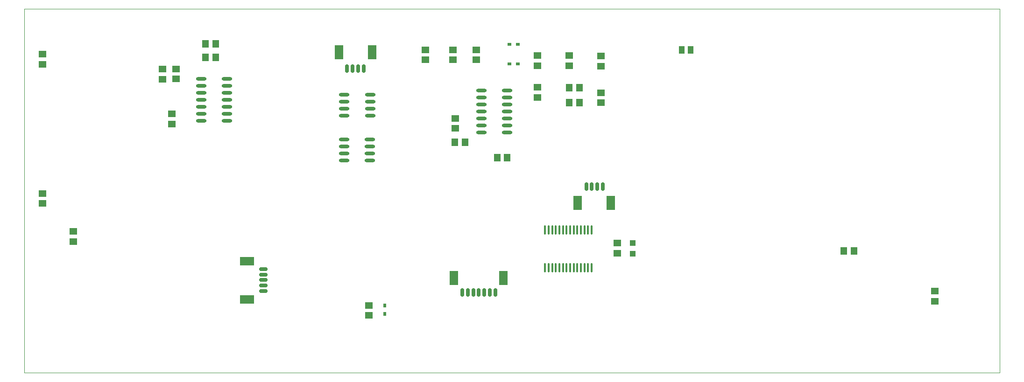
<source format=gtp>
%FSLAX25Y25*%
%MOIN*%
G70*
G01*
G75*
G04 Layer_Color=8421504*
G04:AMPARAMS|DCode=10|XSize=23.62mil|YSize=61.02mil|CornerRadius=5.91mil|HoleSize=0mil|Usage=FLASHONLY|Rotation=0.000|XOffset=0mil|YOffset=0mil|HoleType=Round|Shape=RoundedRectangle|*
%AMROUNDEDRECTD10*
21,1,0.02362,0.04921,0,0,0.0*
21,1,0.01181,0.06102,0,0,0.0*
1,1,0.01181,0.00591,-0.02461*
1,1,0.01181,-0.00591,-0.02461*
1,1,0.01181,-0.00591,0.02461*
1,1,0.01181,0.00591,0.02461*
%
%ADD10ROUNDEDRECTD10*%
%ADD11R,0.05906X0.09843*%
%ADD12O,0.07480X0.02362*%
%ADD13O,0.01378X0.07087*%
%ADD14R,0.09843X0.05906*%
G04:AMPARAMS|DCode=15|XSize=23.62mil|YSize=61.02mil|CornerRadius=5.91mil|HoleSize=0mil|Usage=FLASHONLY|Rotation=270.000|XOffset=0mil|YOffset=0mil|HoleType=Round|Shape=RoundedRectangle|*
%AMROUNDEDRECTD15*
21,1,0.02362,0.04921,0,0,270.0*
21,1,0.01181,0.06102,0,0,270.0*
1,1,0.01181,-0.02461,-0.00591*
1,1,0.01181,-0.02461,0.00591*
1,1,0.01181,0.02461,0.00591*
1,1,0.01181,0.02461,-0.00591*
%
%ADD15ROUNDEDRECTD15*%
%ADD16R,0.03937X0.05315*%
%ADD17R,0.04134X0.04331*%
%ADD18R,0.03150X0.01969*%
%ADD19R,0.01969X0.03150*%
%ADD20R,0.04724X0.05315*%
%ADD21R,0.05315X0.04724*%
%ADD22R,0.05709X0.04528*%
%ADD23R,0.04528X0.05709*%
%ADD24C,0.03937*%
%ADD25C,0.01500*%
%ADD26C,0.02000*%
%ADD27C,0.01300*%
%ADD28C,0.04000*%
%ADD29C,0.05000*%
%ADD30C,0.03000*%
%ADD31C,0.06500*%
%ADD32C,0.06000*%
%ADD33C,0.00100*%
%ADD34C,0.07874*%
%ADD35R,0.05906X0.05906*%
%ADD36C,0.05906*%
%ADD37C,0.11024*%
%ADD38C,0.15354*%
%ADD39C,0.06000*%
%ADD40C,0.11417*%
%ADD41R,0.05906X0.05906*%
%ADD42P,0.05966X8X112.5*%
%ADD43C,0.05512*%
%ADD44C,0.11811*%
%ADD45C,0.05000*%
%ADD46C,0.02284*%
%ADD47C,0.10236*%
%ADD48C,0.15700*%
%ADD49C,0.04000*%
%ADD50C,0.02000*%
%ADD51C,0.06200*%
%ADD52R,0.06693X0.12598*%
%ADD53R,0.09449X0.06496*%
%ADD54O,0.01102X0.03347*%
%ADD55R,0.03543X0.02559*%
%ADD56R,0.06102X0.05512*%
%ADD57R,0.04331X0.04134*%
%ADD58R,0.03937X0.02362*%
%ADD59C,0.04500*%
%ADD60C,0.01000*%
%ADD61C,0.02500*%
%ADD62C,0.07000*%
%ADD63C,0.03500*%
%ADD64C,0.05500*%
%ADD65R,0.02756X0.01102*%
%ADD66C,0.01575*%
%ADD67C,0.02362*%
%ADD68C,0.00787*%
%ADD69C,0.00800*%
D10*
X336050Y57500D02*
D03*
X312550D02*
D03*
X316467D02*
D03*
X320384D02*
D03*
X324300D02*
D03*
X328217D02*
D03*
X332134D02*
D03*
X412861Y133017D02*
D03*
X408928D02*
D03*
X404994D02*
D03*
X401061D02*
D03*
X230250Y217600D02*
D03*
X234184D02*
D03*
X238117D02*
D03*
X242050D02*
D03*
D11*
X341950Y67800D02*
D03*
X306650D02*
D03*
X418661Y121517D02*
D03*
X394961D02*
D03*
X224450Y229100D02*
D03*
X248150D02*
D03*
D12*
X228330Y198900D02*
D03*
Y193900D02*
D03*
Y188900D02*
D03*
Y183900D02*
D03*
X246834Y198900D02*
D03*
Y193900D02*
D03*
Y188900D02*
D03*
Y183900D02*
D03*
X126167Y210000D02*
D03*
Y205000D02*
D03*
Y200000D02*
D03*
Y195000D02*
D03*
Y190000D02*
D03*
Y185000D02*
D03*
Y180000D02*
D03*
X144671Y210000D02*
D03*
Y205000D02*
D03*
Y200000D02*
D03*
Y195000D02*
D03*
Y190000D02*
D03*
Y185000D02*
D03*
Y180000D02*
D03*
X326130Y201790D02*
D03*
Y196790D02*
D03*
Y191790D02*
D03*
Y186790D02*
D03*
Y181790D02*
D03*
Y176790D02*
D03*
Y171790D02*
D03*
X344634Y201790D02*
D03*
Y196790D02*
D03*
Y191790D02*
D03*
Y186790D02*
D03*
Y181790D02*
D03*
Y176790D02*
D03*
Y171790D02*
D03*
X228198Y166700D02*
D03*
Y161700D02*
D03*
Y156700D02*
D03*
Y151700D02*
D03*
X246702Y166700D02*
D03*
Y161700D02*
D03*
Y156700D02*
D03*
Y151700D02*
D03*
D13*
X404884Y101986D02*
D03*
X402325D02*
D03*
X399766D02*
D03*
X397207D02*
D03*
X394648D02*
D03*
X392089D02*
D03*
X389530D02*
D03*
X386971D02*
D03*
X384412D02*
D03*
X381853D02*
D03*
X379294D02*
D03*
X376735D02*
D03*
X374176D02*
D03*
X371617D02*
D03*
X404884Y75214D02*
D03*
X402325D02*
D03*
X399766D02*
D03*
X397207D02*
D03*
X394648D02*
D03*
X392089D02*
D03*
X389530D02*
D03*
X386971D02*
D03*
X384412D02*
D03*
X381853D02*
D03*
X379294D02*
D03*
X376735D02*
D03*
X374176D02*
D03*
X371617D02*
D03*
D14*
X158750Y52400D02*
D03*
Y79700D02*
D03*
D15*
X170550Y74100D02*
D03*
Y58500D02*
D03*
Y62400D02*
D03*
Y66300D02*
D03*
Y70200D02*
D03*
D16*
X475401Y230759D02*
D03*
X469299D02*
D03*
D17*
X434082Y84963D02*
D03*
Y92837D02*
D03*
D18*
X352350Y220890D02*
D03*
X346350D02*
D03*
X352350Y234790D02*
D03*
X346350D02*
D03*
D19*
X257151Y42000D02*
D03*
Y48000D02*
D03*
D20*
X584909Y87050D02*
D03*
X592192D02*
D03*
X129277Y225468D02*
D03*
X136561D02*
D03*
X129277Y235271D02*
D03*
X136561D02*
D03*
X337409Y153800D02*
D03*
X344692D02*
D03*
X388840Y193042D02*
D03*
X396124D02*
D03*
D21*
X649950Y58492D02*
D03*
Y51208D02*
D03*
X98450Y209705D02*
D03*
Y216988D02*
D03*
X286250Y223648D02*
D03*
Y230931D02*
D03*
X411550Y192958D02*
D03*
Y200242D02*
D03*
X388852Y219458D02*
D03*
Y226742D02*
D03*
X366350Y204042D02*
D03*
Y196758D02*
D03*
Y219458D02*
D03*
Y226742D02*
D03*
X245751Y48241D02*
D03*
Y40958D02*
D03*
X12750Y220558D02*
D03*
Y227842D02*
D03*
X12950Y128242D02*
D03*
Y120958D02*
D03*
X34750Y93858D02*
D03*
Y101142D02*
D03*
D22*
X108119Y217242D02*
D03*
Y209958D02*
D03*
X105250Y177758D02*
D03*
Y185042D02*
D03*
X322450Y223648D02*
D03*
Y230931D02*
D03*
X305950Y223648D02*
D03*
Y230931D02*
D03*
X307450Y181942D02*
D03*
Y174658D02*
D03*
X411550Y219258D02*
D03*
Y226542D02*
D03*
X423082Y92672D02*
D03*
Y85389D02*
D03*
D23*
X307287Y164900D02*
D03*
X314571D02*
D03*
X388840Y203900D02*
D03*
X396124D02*
D03*
D33*
X696300Y0D02*
Y260000D01*
X-0D02*
X696300D01*
X-0Y0D02*
X696300D01*
X-0D02*
Y260000D01*
M02*

</source>
